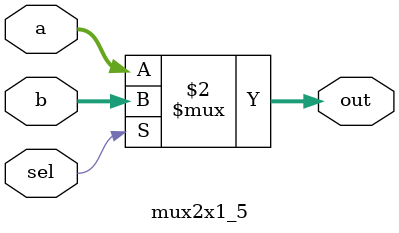
<source format=v>
module mux2x1_32 (
  input wire [31:0] a, b,
  input wire sel,
  output wire [31:0] out
);
  assign out = (sel == 0) ? a : b;
endmodule

module mux2x1_5 (
  input wire [4:0] a, b,
  input wire sel,
  output wire [4:0] out
);
  assign out = (sel == 0) ? a : b;
endmodule
</source>
